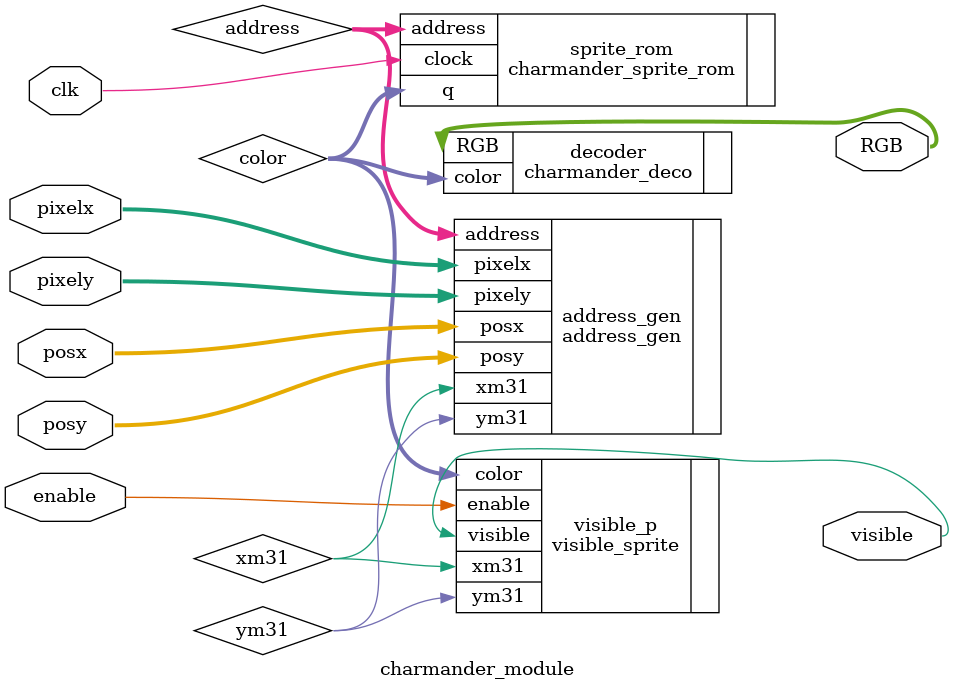
<source format=sv>
module charmander_module(input clk, enable, input [9:0] posx,
								 posy, pixelx, pixely,
								 output [23:0] RGB,
								 output visible);

							
logic [9:0] address;
logic [2:0] color;
logic xm31, ym31;

address_gen address_gen(
	.pixelx(pixelx),
	.pixely(pixely),
   .posx(posx),
	.posy(posy),
	.xm31(xm31),
	.ym31(ym31),
	.address(address));

charmander_sprite_rom sprite_rom (
	.address(address),
	.clock(clk),
	.q(color));

charmander_deco decoder (
	.color(color),
	.RGB(RGB));	
		
visible_sprite visible_p (
	.xm31(xm31),
	.ym31(ym31),
	.enable(enable),
	.color(color),
	.visible(visible));		
				
endmodule

</source>
